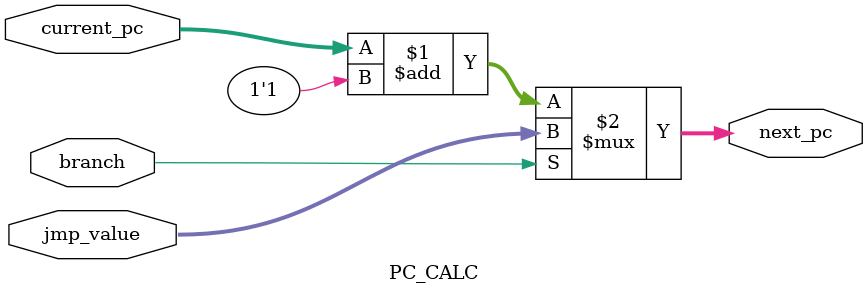
<source format=v>
module PC_CALC(
    input [31:0] current_pc,
    input [31:0] jmp_value,
    input branch,
    output [31:0] next_pc
);

assign next_pc = (branch) ? jmp_value : current_pc + 1'b1;

endmodule

</source>
